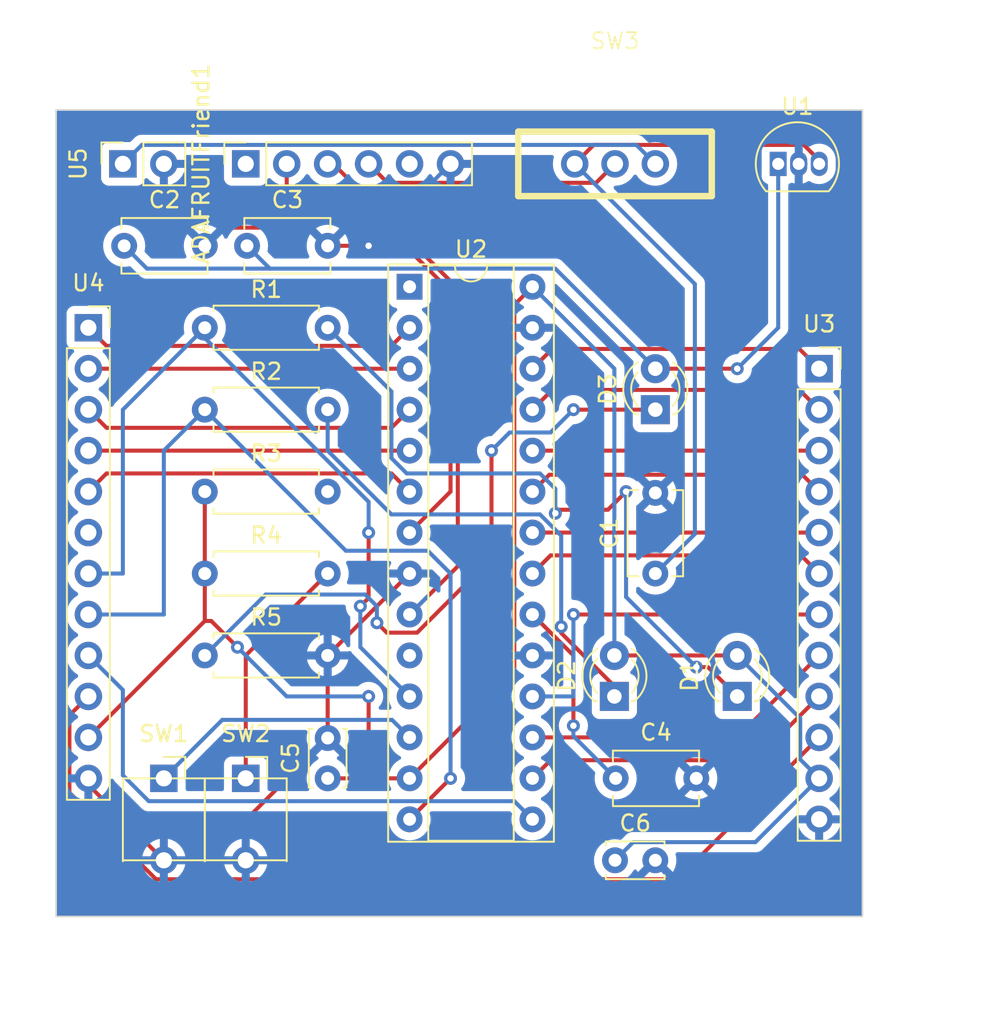
<source format=kicad_pcb>
(kicad_pcb (version 20221018) (generator pcbnew)
  (layers (0 "F.Cu" signal) (31 "B.Cu" signal) (34 "B.Paste" user) (35 "F.Paste" user) (36 "B.SilkS" user "B.Silkscreen") (37 "F.SilkS" user "F.Silkscreen") (38 "B.Mask" user) (39 "F.Mask" user) (44 "Edge.Cuts" user))
  (net 0 "")
  (net 2 "/U1TX")
  (net 3 "/U1RX")
  (net 4 "+5V")
  (net 6 "GND")
  (net 7 "+3.3V")
  (net 8 "Net-(U2-Vcap)")
  (net 9 "Net-(D3-A)")
  (net 10 "Net-(SW3-B)")
  (net 11 "Net-(D1-K)")
  (net 12 "Net-(D2-K)")
  (net 13 "Net-(D3-K)")
  (net 14 "/GREEN")
  (net 15 "/YELLOW")
  (net 16 "/USER")
  (net 17 "/MCLR")
  (net 18 "Net-(SW3-A)")
  (net 19 "/A0")
  (net 20 "/A1")
  (net 21 "/B0")
  (net 22 "/B1")
  (net 23 "/B2")
  (net 24 "/B15")
  (net 25 "/B14")
  (net 26 "/B13")
  (net 27 "/B12")
  (net 28 "/B11")
  (net 29 "/B10")
  (net 30 "/B9")
  (net 31 "/B8")
  (net 32 "/B7")
  (net 33 "/Vin")
  (net 34 "/A3")
  (net 35 "/B6")
  (footprint "LED_THT:LED_D3.0mm" (layer "F.Cu") (at 134.62 86.36 90)
    (fp_text reference "D2" (at 1.27 -2.96 90) (layer "F.SilkS"))
    (fp_text value "YELLOW")
    (fp_line (start -0.29 -1.236) (end -0.29 -1.08) (stroke (width 0.12)) (layer "F.SilkS"))
    (fp_line (start -0.29 1.08) (end -0.29 1.236) (stroke (width 0.12)) (layer "F.SilkS"))
    (fp_arc (start -0.29 -1.235516) (mid 1.366487 -1.987659) (end 2.942335 -1.078608) (stroke (width 0.12)) (layer "F.SilkS"))
    (fp_arc (start 0.229039 -1.08) (mid 1.270117 -1.5) (end 2.31113 -1.079837) (stroke (width 0.12)) (layer "F.SilkS"))
    (fp_arc (start 2.31113 1.079837) (mid 1.270117 1.5) (end 0.229039 1.08) (stroke (width 0.12)) (layer "F.SilkS"))
    (fp_arc (start 2.942335 1.078608) (mid 1.366487 1.987659) (end -0.29 1.235516) (stroke (width 0.12)) (layer "F.SilkS"))
    (pad "1" thru_hole rect (at 0 0 90) (size 1.8 1.8) (drill 0.9) (layers "*.Cu" "*.Mask") (net 12 "Net-(D2-K)"))
    (pad "2" thru_hole circle (at 2.54 0 90) (size 1.8 1.8) (drill 0.9) (layers "*.Cu" "*.Mask") (net 7 "+3.3V"))
  )
  (footprint "LED_THT:LED_D3.0mm" (layer "F.Cu") (at 142.24 86.36 90)
    (fp_text reference "D1" (at 1.27 -2.96 90) (layer "F.SilkS"))
    (fp_text value "GREEN")
    (fp_line (start -0.29 -1.236) (end -0.29 -1.08) (stroke (width 0.12)) (layer "F.SilkS"))
    (fp_line (start -0.29 1.08) (end -0.29 1.236) (stroke (width 0.12)) (layer "F.SilkS"))
    (fp_arc (start -0.29 -1.235516) (mid 1.366487 -1.987659) (end 2.942335 -1.078608) (stroke (width 0.12)) (layer "F.SilkS"))
    (fp_arc (start 0.229039 -1.08) (mid 1.270117 -1.5) (end 2.31113 -1.079837) (stroke (width 0.12)) (layer "F.SilkS"))
    (fp_arc (start 2.31113 1.079837) (mid 1.270117 1.5) (end 0.229039 1.08) (stroke (width 0.12)) (layer "F.SilkS"))
    (fp_arc (start 2.942335 1.078608) (mid 1.366487 1.987659) (end -0.29 1.235516) (stroke (width 0.12)) (layer "F.SilkS"))
    (pad "1" thru_hole rect (at 0 0 90) (size 1.8 1.8) (drill 0.9) (layers "*.Cu" "*.Mask") (net 11 "Net-(D1-K)"))
    (pad "2" thru_hole circle (at 2.54 0 90) (size 1.8 1.8) (drill 0.9) (layers "*.Cu" "*.Mask") (net 7 "+3.3V"))
  )
  (footprint "Connector_PinSocket_2.54mm:PinSocket_1x12_P2.54mm_Vertical" (layer "F.Cu") (at 102 63.5)
    (fp_text reference "U4" (at 0 -2.77) (layer "F.SilkS"))
    (fp_text value "~")
    (fp_line (start -1.33 1.27) (end -1.33 29.27) (stroke (width 0.12)) (layer "F.SilkS"))
    (fp_line (start -1.33 1.27) (end 1.33 1.27) (stroke (width 0.12)) (layer "F.SilkS"))
    (fp_line (start -1.33 29.27) (end 1.33 29.27) (stroke (width 0.12)) (layer "F.SilkS"))
    (fp_line (start 0 -1.33) (end 1.33 -1.33) (stroke (width 0.12)) (layer "F.SilkS"))
    (fp_line (start 1.33 -1.33) (end 1.33 0) (stroke (width 0.12)) (layer "F.SilkS"))
    (fp_line (start 1.33 1.27) (end 1.33 29.27) (stroke (width 0.12)) (layer "F.SilkS"))
    (pad "1" thru_hole rect (at 0 0) (size 1.7 1.7) (drill 1) (layers "*.Cu" "*.Mask") (net 19 "/A0"))
    (pad "2" thru_hole oval (at 0 2.54) (size 1.7 1.7) (drill 1) (layers "*.Cu" "*.Mask") (net 20 "/A1"))
    (pad "3" thru_hole oval (at 0 5.08) (size 1.7 1.7) (drill 1) (layers "*.Cu" "*.Mask") (net 21 "/B0"))
    (pad "4" thru_hole oval (at 0 7.62) (size 1.7 1.7) (drill 1) (layers "*.Cu" "*.Mask") (net 22 "/B1"))
    (pad "5" thru_hole oval (at 0 10.16) (size 1.7 1.7) (drill 1) (layers "*.Cu" "*.Mask") (net 23 "/B2"))
    (pad "6" thru_hole oval (at 0 12.7) (size 1.7 1.7) (drill 1) (layers "*.Cu" "*.Mask") (net 34 "/A3"))
    (pad "7" thru_hole oval (at 0 15.24) (size 1.7 1.7) (drill 1) (layers "*.Cu" "*.Mask") (net 14 "/GREEN"))
    (pad "8" thru_hole oval (at 0 17.78) (size 1.7 1.7) (drill 1) (layers "*.Cu" "*.Mask") (net 15 "/YELLOW"))
    (pad "9" thru_hole oval (at 0 20.32) (size 1.7 1.7) (drill 1) (layers "*.Cu" "*.Mask") (net 35 "/B6"))
    (pad "10" thru_hole oval (at 0 22.86) (size 1.7 1.7) (drill 1) (layers "*.Cu" "*.Mask") (net 33 "/Vin"))
    (pad "11" thru_hole oval (at 0 25.4) (size 1.7 1.7) (drill 1) (layers "*.Cu" "*.Mask") (net 7 "+3.3V"))
    (pad "12" thru_hole oval (at 0 27.94) (size 1.7 1.7) (drill 1) (layers "*.Cu" "*.Mask") (net 6 "GND"))
  )
  (footprint "Capacitor_THT:C_Disc_D3.4mm_W2.1mm_P2.50mm" (layer "F.Cu") (at 116.84 91.44 90)
    (fp_text reference "C5" (at 1.25 -2.3 90) (layer "F.SilkS"))
    (fp_text value "0.1 uF")
    (fp_line (start -0.57 -1.17) (end -0.57 -0.925) (stroke (width 0.12)) (layer "F.SilkS"))
    (fp_line (start -0.57 -1.17) (end 3.07 -1.17) (stroke (width 0.12)) (layer "F.SilkS"))
    (fp_line (start -0.57 0.925) (end -0.57 1.17) (stroke (width 0.12)) (layer "F.SilkS"))
    (fp_line (start -0.57 1.17) (end 3.07 1.17) (stroke (width 0.12)) (layer "F.SilkS"))
    (fp_line (start 3.07 -1.17) (end 3.07 -0.925) (stroke (width 0.12)) (layer "F.SilkS"))
    (fp_line (start 3.07 0.925) (end 3.07 1.17) (stroke (width 0.12)) (layer "F.SilkS"))
    (pad "1" thru_hole circle (at 0 0 90) (size 1.6 1.6) (drill 0.8) (layers "*.Cu" "*.Mask") (net 7 "+3.3V"))
    (pad "2" thru_hole circle (at 2.5 0 90) (size 1.6 1.6) (drill 0.8) (layers "*.Cu" "*.Mask") (net 6 "GND"))
  )
  (footprint "Connector_PinSocket_2.54mm:PinSocket_1x06_P2.54mm_Vertical" (layer "F.Cu") (at 111.76 53.34 90)
    (fp_text reference "ADAFRUITFriend1" (at 0 -2.77 90) (layer "F.SilkS"))
    (fp_text value "~")
    (fp_line (start -1.33 1.27) (end -1.33 14.03) (stroke (width 0.12)) (layer "F.SilkS"))
    (fp_line (start -1.33 1.27) (end 1.33 1.27) (stroke (width 0.12)) (layer "F.SilkS"))
    (fp_line (start -1.33 14.03) (end 1.33 14.03) (stroke (width 0.12)) (layer "F.SilkS"))
    (fp_line (start 0 -1.33) (end 1.33 -1.33) (stroke (width 0.12)) (layer "F.SilkS"))
    (fp_line (start 1.33 -1.33) (end 1.33 0) (stroke (width 0.12)) (layer "F.SilkS"))
    (fp_line (start 1.33 1.27) (end 1.33 14.03) (stroke (width 0.12)) (layer "F.SilkS"))
    (pad "1" thru_hole rect (at 0 0 90) (size 1.7 1.7) (drill 1) (layers "*.Cu" "*.Mask"))
    (pad "2" thru_hole oval (at 0 2.54 90) (size 1.7 1.7) (drill 1) (layers "*.Cu" "*.Mask") (net 2 "/U1TX"))
    (pad "3" thru_hole oval (at 0 5.08 90) (size 1.7 1.7) (drill 1) (layers "*.Cu" "*.Mask") (net 3 "/U1RX"))
    (pad "4" thru_hole oval (at 0 7.62 90) (size 1.7 1.7) (drill 1) (layers "*.Cu" "*.Mask") (net 4 "+5V"))
    (pad "5" thru_hole oval (at 0 10.16 90) (size 1.7 1.7) (drill 1) (layers "*.Cu" "*.Mask"))
    (pad "6" thru_hole oval (at 0 12.7 90) (size 1.7 1.7) (drill 1) (layers "*.Cu" "*.Mask") (net 6 "GND"))
  )
  (footprint "pic32board:slidesw2" (layer "F.Cu") (at 134.66 53.34)
    (fp_text reference "SW3" (at 0 -7.62 unlocked) (layer "F.SilkS") (effects (font (thickness 0.1))))
    (fp_text value "SW_SPDT")
    (fp_line (start -6 -2) (end 6 -2) (stroke (width 0.4)) (layer "F.SilkS"))
    (fp_line (start -6 2) (end -6 -2) (stroke (width 0.4)) (layer "F.SilkS"))
    (fp_line (start 6 -2) (end 6 2) (stroke (width 0.4)) (layer "F.SilkS"))
    (fp_line (start 6 2) (end -6 2) (stroke (width 0.4)) (layer "F.SilkS"))
    (pad "1" thru_hole circle (at -2.5 0) (size 1.7 1.7) (drill 1) (layers "*.Cu" "*.Mask") (net 10 "Net-(SW3-B)"))
    (pad "2" thru_hole circle (at 0 0) (size 1.7 1.7) (drill 1) (layers "*.Cu" "*.Mask") (net 4 "+5V"))
    (pad "3" thru_hole circle (at 2.5 0) (size 1.7 1.7) (drill 1) (layers "*.Cu" "*.Mask") (net 18 "Net-(SW3-A)"))
  )
  (footprint "Resistor_THT:R_Axial_DIN0207_L6.3mm_D2.5mm_P7.62mm_Horizontal" (layer "F.Cu") (at 109.22 68.58)
    (fp_text reference "R2" (at 3.81 -2.37) (layer "F.SilkS"))
    (fp_text value "R")
    (fp_line (start 0.54 -1.37) (end 7.08 -1.37) (stroke (width 0.12)) (layer "F.SilkS"))
    (fp_line (start 0.54 -1.04) (end 0.54 -1.37) (stroke (width 0.12)) (layer "F.SilkS"))
    (fp_line (start 0.54 1.04) (end 0.54 1.37) (stroke (width 0.12)) (layer "F.SilkS"))
    (fp_line (start 0.54 1.37) (end 7.08 1.37) (stroke (width 0.12)) (layer "F.SilkS"))
    (fp_line (start 7.08 -1.37) (end 7.08 -1.04) (stroke (width 0.12)) (layer "F.SilkS"))
    (fp_line (start 7.08 1.37) (end 7.08 1.04) (stroke (width 0.12)) (layer "F.SilkS"))
    (pad "1" thru_hole circle (at 0 0) (size 1.6 1.6) (drill 0.8) (layers "*.Cu" "*.Mask") (net 15 "/YELLOW"))
    (pad "2" thru_hole oval (at 7.62 0) (size 1.6 1.6) (drill 0.8) (layers "*.Cu" "*.Mask") (net 12 "Net-(D2-K)"))
  )
  (footprint "Connector_PinSocket_2.54mm:PinSocket_1x12_P2.54mm_Vertical" (layer "F.Cu") (at 147.32 66.04)
    (fp_text reference "U3" (at 0 -2.77) (layer "F.SilkS"))
    (fp_text value "~")
    (fp_line (start -1.33 1.27) (end -1.33 29.27) (stroke (width 0.12)) (layer "F.SilkS"))
    (fp_line (start -1.33 1.27) (end 1.33 1.27) (stroke (width 0.12)) (layer "F.SilkS"))
    (fp_line (start -1.33 29.27) (end 1.33 29.27) (stroke (width 0.12)) (layer "F.SilkS"))
    (fp_line (start 0 -1.33) (end 1.33 -1.33) (stroke (width 0.12)) (layer "F.SilkS"))
    (fp_line (start 1.33 -1.33) (end 1.33 0) (stroke (width 0.12)) (layer "F.SilkS"))
    (fp_line (start 1.33 1.27) (end 1.33 29.27) (stroke (width 0.12)) (layer "F.SilkS"))
    (pad "1" thru_hole rect (at 0 0) (size 1.7 1.7) (drill 1) (layers "*.Cu" "*.Mask") (net 24 "/B15"))
    (pad "2" thru_hole oval (at 0 2.54) (size 1.7 1.7) (drill 1) (layers "*.Cu" "*.Mask") (net 25 "/B14"))
    (pad "3" thru_hole oval (at 0 5.08) (size 1.7 1.7) (drill 1) (layers "*.Cu" "*.Mask") (net 26 "/B13"))
    (pad "4" thru_hole oval (at 0 7.62) (size 1.7 1.7) (drill 1) (layers "*.Cu" "*.Mask") (net 27 "/B12"))
    (pad "5" thru_hole oval (at 0 10.16) (size 1.7 1.7) (drill 1) (layers "*.Cu" "*.Mask") (net 28 "/B11"))
    (pad "6" thru_hole oval (at 0 12.7) (size 1.7 1.7) (drill 1) (layers "*.Cu" "*.Mask") (net 29 "/B10"))
    (pad "7" thru_hole oval (at 0 15.24) (size 1.7 1.7) (drill 1) (layers "*.Cu" "*.Mask") (net 30 "/B9"))
    (pad "8" thru_hole oval (at 0 17.78) (size 1.7 1.7) (drill 1) (layers "*.Cu" "*.Mask") (net 31 "/B8"))
    (pad "9" thru_hole oval (at 0 20.32) (size 1.7 1.7) (drill 1) (layers "*.Cu" "*.Mask") (net 32 "/B7"))
    (pad "10" thru_hole oval (at 0 22.86) (size 1.7 1.7) (drill 1) (layers "*.Cu" "*.Mask") (net 33 "/Vin"))
    (pad "11" thru_hole oval (at 0 25.4) (size 1.7 1.7) (drill 1) (layers "*.Cu" "*.Mask") (net 7 "+3.3V"))
    (pad "12" thru_hole oval (at 0 27.94) (size 1.7 1.7) (drill 1) (layers "*.Cu" "*.Mask") (net 6 "GND"))
  )
  (footprint "pic32board:pb" (layer "F.Cu") (at 106.68 91.44)
    (fp_text reference "SW1" (at 0 -2.77) (layer "F.SilkS"))
    (fp_text value "SW_Push")
    (fp_line (start -2.54 0) (end -2.54 5.14) (stroke (width 0.12)) (layer "F.SilkS"))
    (fp_line (start -2.54 0) (end 2.54 0) (stroke (width 0.12)) (layer "F.SilkS"))
    (fp_line (start -2.54 5.08) (end 2.54 5.08) (stroke (width 0.12)) (layer "F.SilkS"))
    (fp_line (start 0 -1.33) (end 1.33 -1.33) (stroke (width 0.12)) (layer "F.SilkS"))
    (fp_line (start 1.33 -1.33) (end 1.33 0) (stroke (width 0.12)) (layer "F.SilkS"))
    (fp_line (start 2.54 0) (end 2.54 5.14) (stroke (width 0.12)) (layer "F.SilkS"))
    (pad "1" thru_hole rect (at 0 0) (size 1.7 1.7) (drill 1) (layers "*.Cu" "*.Mask") (net 16 "/USER"))
    (pad "2" thru_hole oval (at 0 5.08) (size 1.7 1.7) (drill 1) (layers "*.Cu" "*.Mask") (net 6 "GND"))
  )
  (footprint "Connector_PinSocket_2.54mm:PinSocket_1x02_P2.54mm_Vertical" (layer "F.Cu") (at 104.14 53.34 90)
    (fp_text reference "U5" (at 0 -2.77 90) (layer "F.SilkS"))
    (fp_text value "~")
    (fp_line (start -1.33 1.27) (end -1.33 3.87) (stroke (width 0.12)) (layer "F.SilkS"))
    (fp_line (start -1.33 1.27) (end 1.33 1.27) (stroke (width 0.12)) (layer "F.SilkS"))
    (fp_line (start -1.33 3.87) (end 1.33 3.87) (stroke (width 0.12)) (layer "F.SilkS"))
    (fp_line (start 0 -1.33) (end 1.33 -1.33) (stroke (width 0.12)) (layer "F.SilkS"))
    (fp_line (start 1.33 -1.33) (end 1.33 0) (stroke (width 0.12)) (layer "F.SilkS"))
    (fp_line (start 1.33 1.27) (end 1.33 3.87) (stroke (width 0.12)) (layer "F.SilkS"))
    (pad "1" thru_hole rect (at 0 0 90) (size 1.7 1.7) (drill 1) (layers "*.Cu" "*.Mask") (net 18 "Net-(SW3-A)"))
    (pad "2" thru_hole oval (at 0 2.54 90) (size 1.7 1.7) (drill 1) (layers "*.Cu" "*.Mask") (net 6 "GND"))
  )
  (footprint "Package_DIP:DIP-28_W7.62mm_Socket" (layer "F.Cu") (at 121.92 60.96)
    (fp_text reference "U2" (at 3.81 -2.33) (layer "F.SilkS"))
    (fp_text value "~")
    (fp_line (start -1.33 -1.39) (end -1.33 34.41) (stroke (width 0.12)) (layer "F.SilkS"))
    (fp_line (start -1.33 34.41) (end 8.95 34.41) (stroke (width 0.12)) (layer "F.SilkS"))
    (fp_line (start 1.16 -1.33) (end 1.16 34.35) (stroke (width 0.12)) (layer "F.SilkS"))
    (fp_line (start 1.16 34.35) (end 6.46 34.35) (stroke (width 0.12)) (layer "F.SilkS"))
    (fp_line (start 2.81 -1.33) (end 1.16 -1.33) (stroke (width 0.12)) (layer "F.SilkS"))
    (fp_line (start 6.46 -1.33) (end 4.81 -1.33) (stroke (width 0.12)) (layer "F.SilkS"))
    (fp_line (start 6.46 34.35) (end 6.46 -1.33) (stroke (width 0.12)) (layer "F.SilkS"))
    (fp_line (start 8.95 -1.39) (end -1.33 -1.39) (stroke (width 0.12)) (layer "F.SilkS"))
    (fp_line (start 8.95 34.41) (end 8.95 -1.39) (stroke (width 0.12)) (layer "F.SilkS"))
    (fp_arc (start 4.81 -1.33) (mid 3.81 -0.33) (end 2.81 -1.33) (stroke (width 0.12)) (layer "F.SilkS"))
    (pad "1" thru_hole rect (at 0 0) (size 1.6 1.6) (drill 0.8) (layers "*.Cu" "*.Mask") (net 17 "/MCLR"))
    (pad "2" thru_hole oval (at 0 2.54) (size 1.6 1.6) (drill 0.8) (layers "*.Cu" "*.Mask") (net 19 "/A0"))
    (pad "3" thru_hole oval (at 0 5.08) (size 1.6 1.6) (drill 0.8) (layers "*.Cu" "*.Mask") (net 20 "/A1"))
    (pad "4" thru_hole oval (at 0 7.62) (size 1.6 1.6) (drill 0.8) (layers "*.Cu" "*.Mask") (net 21 "/B0"))
    (pad "5" thru_hole oval (at 0 10.16) (size 1.6 1.6) (drill 0.8) (layers "*.Cu" "*.Mask") (net 22 "/B1"))
    (pad "6" thru_hole oval (at 0 12.7) (size 1.6 1.6) (drill 0.8) (layers "*.Cu" "*.Mask") (net 23 "/B2"))
    (pad "7" thru_hole oval (at 0 15.24) (size 1.6 1.6) (drill 0.8) (layers "*.Cu" "*.Mask") (net 2 "/U1TX"))
    (pad "8" thru_hole oval (at 0 17.78) (size 1.6 1.6) (drill 0.8) (layers "*.Cu" "*.Mask") (net 6 "GND"))
    (pad "9" thru_hole oval (at 0 20.32) (size 1.6 1.6) (drill 0.8) (layers "*.Cu" "*.Mask") (net 3 "/U1RX"))
    (pad "10" thru_hole oval (at 0 22.86) (size 1.6 1.6) (drill 0.8) (layers "*.Cu" "*.Mask") (net 34 "/A3"))
    (pad "11" thru_hole oval (at 0 25.4) (size 1.6 1.6) (drill 0.8) (layers "*.Cu" "*.Mask") (net 14 "/GREEN"))
    (pad "12" thru_hole oval (at 0 27.94) (size 1.6 1.6) (drill 0.8) (layers "*.Cu" "*.Mask") (net 16 "/USER"))
    (pad "13" thru_hole oval (at 0 30.48) (size 1.6 1.6) (drill 0.8) (layers "*.Cu" "*.Mask") (net 7 "+3.3V"))
    (pad "14" thru_hole oval (at 0 33.02) (size 1.6 1.6) (drill 0.8) (layers "*.Cu" "*.Mask") (net 15 "/YELLOW"))
    (pad "15" thru_hole oval (at 7.62 33.02) (size 1.6 1.6) (drill 0.8) (layers "*.Cu" "*.Mask") (net 35 "/B6"))
    (pad "16" thru_hole oval (at 7.62 30.48) (size 1.6 1.6) (drill 0.8) (layers "*.Cu" "*.Mask") (net 32 "/B7"))
    (pad "17" thru_hole oval (at 7.62 27.94) (size 1.6 1.6) (drill 0.8) (layers "*.Cu" "*.Mask") (net 31 "/B8"))
    (pad "18" thru_hole oval (at 7.62 25.4) (size 1.6 1.6) (drill 0.8) (layers "*.Cu" "*.Mask") (net 30 "/B9"))
    (pad "19" thru_hole oval (at 7.62 22.86) (size 1.6 1.6) (drill 0.8) (layers "*.Cu" "*.Mask") (net 6 "GND"))
    (pad "20" thru_hole oval (at 7.62 20.32) (size 1.6 1.6) (drill 0.8) (layers "*.Cu" "*.Mask") (net 8 "Net-(U2-Vcap)"))
    (pad "21" thru_hole oval (at 7.62 17.78) (size 1.6 1.6) (drill 0.8) (layers "*.Cu" "*.Mask") (net 29 "/B10"))
    (pad "22" thru_hole oval (at 7.62 15.24) (size 1.6 1.6) (drill 0.8) (layers "*.Cu" "*.Mask") (net 28 "/B11"))
    (pad "23" thru_hole oval (at 7.62 12.7) (size 1.6 1.6) (drill 0.8) (layers "*.Cu" "*.Mask") (net 27 "/B12"))
    (pad "24" thru_hole oval (at 7.62 10.16) (size 1.6 1.6) (drill 0.8) (layers "*.Cu" "*.Mask") (net 26 "/B13"))
    (pad "25" thru_hole oval (at 7.62 7.62) (size 1.6 1.6) (drill 0.8) (layers "*.Cu" "*.Mask") (net 25 "/B14"))
    (pad "26" thru_hole oval (at 7.62 5.08) (size 1.6 1.6) (drill 0.8) (layers "*.Cu" "*.Mask") (net 24 "/B15"))
    (pad "27" thru_hole oval (at 7.62 2.54) (size 1.6 1.6) (drill 0.8) (layers "*.Cu" "*.Mask") (net 6 "GND"))
    (pad "28" thru_hole oval (at 7.62 0) (size 1.6 1.6) (drill 0.8) (layers "*.Cu" "*.Mask") (net 7 "+3.3V"))
  )
  (footprint "Capacitor_THT:C_Disc_D5.1mm_W3.2mm_P5.00mm" (layer "F.Cu") (at 137.16 78.74 90)
    (fp_text reference "C1" (at 2.5 -2.85 90) (layer "F.SilkS"))
    (fp_text value "1uF")
    (fp_line (start -0.17 -1.721) (end -0.17 -1.055) (stroke (width 0.12)) (layer "F.SilkS"))
    (fp_line (start -0.17 -1.721) (end 5.17 -1.721) (stroke (width 0.12)) (layer "F.SilkS"))
    (fp_line (start -0.17 1.055) (end -0.17 1.721) (stroke (width 0.12)) (layer "F.SilkS"))
    (fp_line (start -0.17 1.721) (end 5.17 1.721) (stroke (width 0.12)) (layer "F.SilkS"))
    (fp_line (start 5.17 -1.721) (end 5.17 -1.055) (stroke (width 0.12)) (layer "F.SilkS"))
    (fp_line (start 5.17 1.055) (end 5.17 1.721) (stroke (width 0.12)) (layer "F.SilkS"))
    (pad "1" thru_hole circle (at 0 0 90) (size 1.6 1.6) (drill 0.8) (layers "*.Cu" "*.Mask") (net 10 "Net-(SW3-B)"))
    (pad "2" thru_hole circle (at 5 0 90) (size 1.6 1.6) (drill 0.8) (layers "*.Cu" "*.Mask") (net 6 "GND"))
  )
  (footprint "Capacitor_THT:C_Disc_D5.1mm_W3.2mm_P5.00mm" (layer "F.Cu") (at 104.22 58.42)
    (fp_text reference "C2" (at 2.5 -2.85) (layer "F.SilkS"))
    (fp_text value "1uF")
    (fp_line (start -0.17 -1.721) (end -0.17 -1.055) (stroke (width 0.12)) (layer "F.SilkS"))
    (fp_line (start -0.17 -1.721) (end 5.17 -1.721) (stroke (width 0.12)) (layer "F.SilkS"))
    (fp_line (start -0.17 1.055) (end -0.17 1.721) (stroke (width 0.12)) (layer "F.SilkS"))
    (fp_line (start -0.17 1.721) (end 5.17 1.721) (stroke (width 0.12)) (layer "F.SilkS"))
    (fp_line (start 5.17 -1.721) (end 5.17 -1.055) (stroke (width 0.12)) (layer "F.SilkS"))
    (fp_line (start 5.17 1.055) (end 5.17 1.721) (stroke (width 0.12)) (layer "F.SilkS"))
    (pad "1" thru_hole circle (at 0 0) (size 1.6 1.6) (drill 0.8) (layers "*.Cu" "*.Mask") (net 9 "Net-(D3-A)"))
    (pad "2" thru_hole circle (at 5 0) (size 1.6 1.6) (drill 0.8) (layers "*.Cu" "*.Mask") (net 6 "GND"))
  )
  (footprint "Resistor_THT:R_Axial_DIN0207_L6.3mm_D2.5mm_P7.62mm_Horizontal" (layer "F.Cu") (at 109.22 78.74)
    (fp_text reference "R4" (at 3.81 -2.37) (layer "F.SilkS"))
    (fp_text value "R")
    (fp_line (start 0.54 -1.37) (end 7.08 -1.37) (stroke (width 0.12)) (layer "F.SilkS"))
    (fp_line (start 0.54 -1.04) (end 0.54 -1.37) (stroke (width 0.12)) (layer "F.SilkS"))
    (fp_line (start 0.54 1.04) (end 0.54 1.37) (stroke (width 0.12)) (layer "F.SilkS"))
    (fp_line (start 0.54 1.37) (end 7.08 1.37) (stroke (width 0.12)) (layer "F.SilkS"))
    (fp_line (start 7.08 -1.37) (end 7.08 -1.04) (stroke (width 0.12)) (layer "F.SilkS"))
    (fp_line (start 7.08 1.37) (end 7.08 1.04) (stroke (width 0.12)) (layer "F.SilkS"))
    (pad "1" thru_hole circle (at 0 0) (size 1.6 1.6) (drill 0.8) (layers "*.Cu" "*.Mask") (net 7 "+3.3V"))
    (pad "2" thru_hole oval (at 7.62 0) (size 1.6 1.6) (drill 0.8) (layers "*.Cu" "*.Mask") (net 17 "/MCLR"))
  )
  (footprint "Capacitor_THT:C_Disc_D5.1mm_W3.2mm_P5.00mm" (layer "F.Cu") (at 134.7 91.44)
    (fp_text reference "C4" (at 2.5 -2.85) (layer "F.SilkS"))
    (fp_text value "1uF")
    (fp_line (start -0.17 -1.721) (end -0.17 -1.055) (stroke (width 0.12)) (layer "F.SilkS"))
    (fp_line (start -0.17 -1.721) (end 5.17 -1.721) (stroke (width 0.12)) (layer "F.SilkS"))
    (fp_line (start -0.17 1.055) (end -0.17 1.721) (stroke (width 0.12)) (layer "F.SilkS"))
    (fp_line (start -0.17 1.721) (end 5.17 1.721) (stroke (width 0.12)) (layer "F.SilkS"))
    (fp_line (start 5.17 -1.721) (end 5.17 -1.055) (stroke (width 0.12)) (layer "F.SilkS"))
    (fp_line (start 5.17 1.055) (end 5.17 1.721) (stroke (width 0.12)) (layer "F.SilkS"))
    (pad "1" thru_hole circle (at 0 0) (size 1.6 1.6) (drill 0.8) (layers "*.Cu" "*.Mask") (net 8 "Net-(U2-Vcap)"))
    (pad "2" thru_hole circle (at 5 0) (size 1.6 1.6) (drill 0.8) (layers "*.Cu" "*.Mask") (net 6 "GND"))
  )
  (footprint "Resistor_THT:R_Axial_DIN0207_L6.3mm_D2.5mm_P7.62mm_Horizontal" (layer "F.Cu") (at 109.22 73.66)
    (fp_text reference "R3" (at 3.81 -2.37) (layer "F.SilkS"))
    (fp_text value "R")
    (fp_line (start 0.54 -1.37) (end 7.08 -1.37) (stroke (width 0.12)) (layer "F.SilkS"))
    (fp_line (start 0.54 -1.04) (end 0.54 -1.37) (stroke (width 0.12)) (layer "F.SilkS"))
    (fp_line (start 0.54 1.04) (end 0.54 1.37) (stroke (width 0.12)) (layer "F.SilkS"))
    (fp_line (start 0.54 1.37) (end 7.08 1.37) (stroke (width 0.12)) (layer "F.SilkS"))
    (fp_line (start 7.08 -1.37) (end 7.08 -1.04) (stroke (width 0.12)) (layer "F.SilkS"))
    (fp_line (start 7.08 1.37) (end 7.08 1.04) (stroke (width 0.12)) (layer "F.SilkS"))
    (pad "1" thru_hole circle (at 0 0) (size 1.6 1.6) (drill 0.8) (layers "*.Cu" "*.Mask") (net 7 "+3.3V"))
    (pad "2" thru_hole oval (at 7.62 0) (size 1.6 1.6) (drill 0.8) (layers "*.Cu" "*.Mask") (net 16 "/USER"))
  )
  (footprint "LED_THT:LED_D3.0mm" (layer "F.Cu") (at 137.16 68.58 90)
    (fp_text reference "D3" (at 1.27 -2.96 90) (layer "F.SilkS"))
    (fp_text value "RED")
    (fp_line (start -0.29 -1.236) (end -0.29 -1.08) (stroke (width 0.12)) (layer "F.SilkS"))
    (fp_line (start -0.29 1.08) (end -0.29 1.236) (stroke (width 0.12)) (layer "F.SilkS"))
    (fp_arc (start -0.29 -1.235516) (mid 1.366487 -1.987659) (end 2.942335 -1.078608) (stroke (width 0.12)) (layer "F.SilkS"))
    (fp_arc (start 0.229039 -1.08) (mid 1.270117 -1.5) (end 2.31113 -1.079837) (stroke (width 0.12)) (layer "F.SilkS"))
    (fp_arc (start 2.31113 1.079837) (mid 1.270117 1.5) (end 0.229039 1.08) (stroke (width 0.12)) (layer "F.SilkS"))
    (fp_arc (start 2.942335 1.078608) (mid 1.366487 1.987659) (end -0.29 1.235516) (stroke (width 0.12)) (layer "F.SilkS"))
    (pad "1" thru_hole rect (at 0 0 90) (size 1.8 1.8) (drill 0.9) (layers "*.Cu" "*.Mask") (net 13 "Net-(D3-K)"))
    (pad "2" thru_hole circle (at 2.54 0 90) (size 1.8 1.8) (drill 0.9) (layers "*.Cu" "*.Mask") (net 9 "Net-(D3-A)"))
  )
  (footprint "Capacitor_THT:C_Disc_D5.1mm_W3.2mm_P5.00mm" (layer "F.Cu") (at 111.84 58.42)
    (fp_text reference "C3" (at 2.5 -2.85) (layer "F.SilkS"))
    (fp_text value "1uF")
    (fp_line (start -0.17 -1.721) (end -0.17 -1.055) (stroke (width 0.12)) (layer "F.SilkS"))
    (fp_line (start -0.17 -1.721) (end 5.17 -1.721) (stroke (width 0.12)) (layer "F.SilkS"))
    (fp_line (start -0.17 1.055) (end -0.17 1.721) (stroke (width 0.12)) (layer "F.SilkS"))
    (fp_line (start -0.17 1.721) (end 5.17 1.721) (stroke (width 0.12)) (layer "F.SilkS"))
    (fp_line (start 5.17 -1.721) (end 5.17 -1.055) (stroke (width 0.12)) (layer "F.SilkS"))
    (fp_line (start 5.17 1.055) (end 5.17 1.721) (stroke (width 0.12)) (layer "F.SilkS"))
    (pad "1" thru_hole circle (at 0 0) (size 1.6 1.6) (drill 0.8) (layers "*.Cu" "*.Mask") (net 9 "Net-(D3-A)"))
    (pad "2" thru_hole circle (at 5 0) (size 1.6 1.6) (drill 0.8) (layers "*.Cu" "*.Mask") (net 6 "GND"))
  )
  (footprint "Resistor_THT:R_Axial_DIN0207_L6.3mm_D2.5mm_P7.62mm_Horizontal" (layer "F.Cu") (at 109.22 63.5)
    (fp_text reference "R1" (at 3.81 -2.37) (layer "F.SilkS"))
    (fp_text value "R")
    (fp_line (start 0.54 -1.37) (end 7.08 -1.37) (stroke (width 0.12)) (layer "F.SilkS"))
    (fp_line (start 0.54 -1.04) (end 0.54 -1.37) (stroke (width 0.12)) (layer "F.SilkS"))
    (fp_line (start 0.54 1.04) (end 0.54 1.37) (stroke (width 0.12)) (layer "F.SilkS"))
    (fp_line (start 0.54 1.37) (end 7.08 1.37) (stroke (width 0.12)) (layer "F.SilkS"))
    (fp_line (start 7.08 -1.37) (end 7.08 -1.04) (stroke (width 0.12)) (layer "F.SilkS"))
    (fp_line (start 7.08 1.37) (end 7.08 1.04) (stroke (width 0.12)) (layer "F.SilkS"))
    (pad "1" thru_hole circle (at 0 0) (size 1.6 1.6) (drill 0.8) (layers "*.Cu" "*.Mask") (net 14 "/GREEN"))
    (pad "2" thru_hole oval (at 7.62 0) (size 1.6 1.6) (drill 0.8) (layers "*.Cu" "*.Mask") (net 11 "Net-(D1-K)"))
  )
  (footprint "Resistor_THT:R_Axial_DIN0207_L6.3mm_D2.5mm_P7.62mm_Horizontal" (layer "F.Cu") (at 109.22 83.82)
    (fp_text reference "R5" (at 3.81 -2.37) (layer "F.SilkS"))
    (fp_text value "330")
    (fp_line (start 0.54 -1.37) (end 7.08 -1.37) (stroke (width 0.12)) (layer "F.SilkS"))
    (fp_line (start 0.54 -1.04) (end 0.54 -1.37) (stroke (width 0.12)) (layer "F.SilkS"))
    (fp_line (start 0.54 1.04) (end 0.54 1.37) (stroke (width 0.12)) (layer "F.SilkS"))
    (fp_line (start 0.54 1.37) (end 7.08 1.37) (stroke (width 0.12)) (layer "F.SilkS"))
    (fp_line (start 7.08 -1.37) (end 7.08 -1.04) (stroke (width 0.12)) (layer "F.SilkS"))
    (fp_line (start 7.08 1.37) (end 7.08 1.04) (stroke (width 0.12)) (layer "F.SilkS"))
    (pad "1" thru_hole circle (at 0 0) (size 1.6 1.6) (drill 0.8) (layers "*.Cu" "*.Mask") (net 13 "Net-(D3-K)"))
    (pad "2" thru_hole oval (at 7.62 0) (size 1.6 1.6) (drill 0.8) (layers "*.Cu" "*.Mask") (net 6 "GND"))
  )
  (footprint "Package_TO_SOT_THT:TO-92L_Inline" (layer "F.Cu") (at 144.78 53.34)
    (fp_text reference "U1" (at 1.19 -3.56) (layer "F.SilkS"))
    (fp_text value "AP7384-33V")
    (fp_line (start -0.75 1.7) (end 3.1 1.7) (stroke (width 0.12)) (layer "F.SilkS"))
    (fp_arc (start -0.75 1.7) (mid 1.183448 -2.579449) (end 3.138611 1.690122) (stroke (width 0.12)) (layer "F.SilkS"))
    (pad "1" thru_hole rect (at 0 0) (size 1.05 1.5) (drill 0.75) (layers "*.Cu" "*.Mask") (net 9 "Net-(D3-A)"))
    (pad "2" thru_hole oval (at 1.27 0) (size 1.05 1.5) (drill 0.75) (layers "*.Cu" "*.Mask") (net 6 "GND"))
    (pad "3" thru_hole oval (at 2.54 0) (size 1.05 1.5) (drill 0.75) (layers "*.Cu" "*.Mask") (net 10 "Net-(SW3-B)"))
  )
  (footprint "pic32board:pb" (layer "F.Cu") (at 111.76 91.44)
    (fp_text reference "SW2" (at 0 -2.77) (layer "F.SilkS"))
    (fp_text value "SW_Push")
    (fp_line (start -2.54 0) (end -2.54 5.14) (stroke (width 0.12)) (layer "F.SilkS"))
    (fp_line (start -2.54 0) (end 2.54 0) (stroke (width 0.12)) (layer "F.SilkS"))
    (fp_line (start -2.54 5.08) (end 2.54 5.08) (stroke (width 0.12)) (layer "F.SilkS"))
    (fp_line (start 0 -1.33) (end 1.33 -1.33) (stroke (width 0.12)) (layer "F.SilkS"))
    (fp_line (start 1.33 -1.33) (end 1.33 0) (stroke (width 0.12)) (layer "F.SilkS"))
    (fp_line (start 2.54 0) (end 2.54 5.14) (stroke (width 0.12)) (layer "F.SilkS"))
    (pad "1" thru_hole rect (at 0 0) (size 1.7 1.7) (drill 1) (layers "*.Cu" "*.Mask") (net 17 "/MCLR"))
    (pad "2" thru_hole oval (at 0 5.08) (size 1.7 1.7) (drill 1) (layers "*.Cu" "*.Mask") (net 6 "GND"))
  )
  (footprint "Capacitor_THT:C_Disc_D3.4mm_W2.1mm_P2.50mm" (layer "F.Cu") (at 134.66 96.52)
    (fp_text reference "C6" (at 1.25 -2.3) (layer "F.SilkS"))
    (fp_text value "0.1uF")
    (fp_line (start -0.57 -1.17) (end -0.57 -0.925) (stroke (width 0.12)) (layer "F.SilkS"))
    (fp_line (start -0.57 -1.17) (end 3.07 -1.17) (stroke (width 0.12)) (layer "F.SilkS"))
    (fp_line (start -0.57 0.925) (end -0.57 1.17) (stroke (width 0.12)) (layer "F.SilkS"))
    (fp_line (start -0.57 1.17) (end 3.07 1.17) (stroke (width 0.12)) (layer "F.SilkS"))
    (fp_line (start 3.07 -1.17) (end 3.07 -0.925) (stroke (width 0.12)) (layer "F.SilkS"))
    (fp_line (start 3.07 0.925) (end 3.07 1.17) (stroke (width 0.12)) (layer "F.SilkS"))
    (pad "1" thru_hole circle (at 0 0) (size 1.6 1.6) (drill 0.8) (layers "*.Cu" "*.Mask") (net 7 "+3.3V"))
    (pad "2" thru_hole circle (at 2.5 0) (size 1.6 1.6) (drill 0.8) (layers "*.Cu" "*.Mask") (net 6 "GND"))
  )
  (gr_rect (start 100 50) (end 150 100) (stroke (width 0.1)) (fill none) (layer "Edge.Cuts"))
  (segment (start 114.3 53.34) (end 114.3 55.88) (width 0.25) (layer "F.Cu") (net 2))
  (segment (start 119.09 55.88) (end 124.46 61.25) (width 0.25) (layer "F.Cu") (net 2))
  (segment (start 124.46 73.66) (end 121.92 76.2) (width 0.25) (layer "F.Cu") (net 2))
  (segment (start 114.3 55.88) (end 119.09 55.88) (width 0.25) (layer "F.Cu") (net 2))
  (segment (start 124.46 61.25) (end 124.46 73.66) (width 0.25) (layer "F.Cu") (net 2))
  (segment (start 117.186396 53.34) (end 124.91 61.063604) (width 0.25) (layer "F.Cu") (net 3))
  (segment (start 116.84 53.34) (end 117.186396 53.34) (width 0.25) (layer "F.Cu") (net 3))
  (segment (start 124.91 61.063604) (end 124.91 78.29) (width 0.25) (layer "F.Cu") (net 3))
  (segment (start 124.91 78.29) (end 121.92 81.28) (width 0.25) (layer "F.Cu") (net 3))
  (segment (start 123.045 80.155) (end 121.92 81.28) (width 0.25) (layer "B.Cu") (net 3))
  (segment (start 120.555 54.515) (end 133.485 54.515) (width 0.25) (layer "F.Cu") (net 4))
  (segment (start 133.485 54.515) (end 134.66 53.34) (width 0.25) (layer "F.Cu") (net 4))
  (segment (start 119.38 53.34) (end 120.555 54.515) (width 0.25) (layer "F.Cu") (net 4))
  (segment (start 111.76 94.02) (end 111.76 96.52) (width 0.25) (layer "F.Cu") (net 6))
  (segment (start 116.84 88.94) (end 116.84 83.82) (width 0.25) (layer "F.Cu") (net 6))
  (segment (start 146.05 53.34) (end 146.1955 53.34) (width 0.25) (layer "F.Cu") (net 6))
  (segment (start 106.68 53.34) (end 106.68 55.88) (width 0.25) (layer "F.Cu") (net 6))
  (segment (start 121.92 78.74) (end 116.84 83.82) (width 0.25) (layer "F.Cu") (net 6))
  (segment (start 106.68 96.52) (end 101.6 91.44) (width 0.25) (layer "F.Cu") (net 6))
  (segment (start 116.84 58.42) (end 119.38 58.42) (width 0.25) (layer "F.Cu") (net 6))
  (segment (start 115.715 57.295) (end 116.84 58.42) (width 0.25) (layer "F.Cu") (net 6))
  (segment (start 106.68 55.88) (end 109.22 58.42) (width 0.25) (layer "F.Cu") (net 6))
  (segment (start 137.16 73.66) (end 137.16 73.74) (width 0.25) (layer "F.Cu") (net 6))
  (segment (start 109.22 58.42) (end 110.345 57.295) (width 0.25) (layer "F.Cu") (net 6))
  (segment (start 110.345 57.295) (end 115.715 57.295) (width 0.25) (layer "F.Cu") (net 6))
  (segment (start 116.84 88.94) (end 111.76 94.02) (width 0.25) (layer "F.Cu") (net 6))
  (segment (start 111.76 96.52) (end 106.68 96.52) (width 0.25) (layer "F.Cu") (net 6))
  (via (at 119.38 58.42) (size 0.8) (drill 0.4) (layers "F.Cu" "B.Cu") (net 6))
  (via (at 137.16 73.74) (size 0.8) (drill 0.4) (layers "F.Cu" "B.Cu") (net 6))
  (via (at 129.54 83.82) (size 0.8) (drill 0.4) (layers "F.Cu" "B.Cu") (net 6))
  (via (at 146.1955 53.34) (size 0.8) (drill 0.4) (layers "F.Cu" "B.Cu") (net 6))
  (via (at 139.7 91.44) (size 0.8) (drill 0.4) (layers "F.Cu" "B.Cu") (net 6))
  (via (at 147.32 93.98) (size 0.8) (drill 0.4) (layers "F.Cu" "B.Cu") (net 6))
  (via (at 137.16 96.52) (size 0.8) (drill 0.4) (layers "F.Cu" "B.Cu") (net 6))
  (segment (start 119.38 58.42) (end 124.46 53.34) (width 0.25) (layer "B.Cu") (net 6))
  (segment (start 109.22 78.74) (end 109.22 81.68) (width 0.25) (layer "F.Cu") (net 7))
  (segment (start 134.62 83.82) (end 142.24 83.82) (width 0.25) (layer "F.Cu") (net 7))
  (segment (start 111.441802 83.501802) (end 111.2477 83.3077) (width 0.25) (layer "F.Cu") (net 7))
  (segment (start 109.22 81.68) (end 102 88.9) (width 0.25) (layer "F.Cu") (net 7))
  (segment (start 128.415 84.945) (end 121.92 91.44) (width 0.25) (layer "F.Cu") (net 7))
  (segment (start 129.54 60.96) (end 128.415 62.085) (width 0.25) (layer "F.Cu") (net 7))
  (segment (start 116.84 91.44) (end 119.38 91.44) (width 0.25) (layer "F.Cu") (net 7))
  (segment (start 119.38 91.44) (end 121.92 91.44) (width 0.25) (layer "F.Cu") (net 7))
  (segment (start 109.62 81.68) (end 111.441802 83.501802) (width 0.25) (layer "F.Cu") (net 7))
  (segment (start 109.22 78.74) (end 109.22 73.66) (width 0.25) (layer "F.Cu") (net 7))
  (segment (start 119.38 86.36) (end 119.38 91.44) (width 0.25) (layer "F.Cu") (net 7))
  (segment (start 109.22 81.68) (end 109.62 81.68) (width 0.25) (layer "F.Cu") (net 7))
  (segment (start 128.415 62.085) (end 128.415 84.945) (width 0.25) (layer "F.Cu") (net 7))
  (via (at 111.2477 83.3077) (size 0.8) (drill 0.4) (layers "F.Cu" "B.Cu") (net 7))
  (via (at 119.38 86.36) (size 0.8) (drill 0.4) (layers "F.Cu" "B.Cu") (net 7))
  (segment (start 142.24 83.82) (end 146.145 87.725) (width 0.25) (layer "B.Cu") (net 7))
  (segment (start 111.2477 83.3077) (end 114.3 86.36) (width 0.25) (layer "B.Cu") (net 7))
  (segment (start 134.66 96.52) (end 135.785 95.395) (width 0.25) (layer "B.Cu") (net 7))
  (segment (start 143.365 95.395) (end 147.32 91.44) (width 0.25) (layer "B.Cu") (net 7))
  (segment (start 114.3 86.36) (end 119.38 86.36) (width 0.25) (layer "B.Cu") (net 7))
  (segment (start 146.145 87.725) (end 146.145 90.265) (width 0.25) (layer "B.Cu") (net 7))
  (segment (start 135.785 95.395) (end 143.365 95.395) (width 0.25) (layer "B.Cu") (net 7))
  (segment (start 146.145 90.265) (end 147.32 91.44) (width 0.25) (layer "B.Cu") (net 7))
  (segment (start 134.62 83.82) (end 134.62 66.04) (width 0.25) (layer "B.Cu") (net 7))
  (segment (start 134.62 66.04) (end 129.54 60.96) (width 0.25) (layer "B.Cu") (net 7))
  (segment (start 129.54 81.28) (end 132.08 83.82) (width 0.25) (layer "F.Cu") (net 8))
  (segment (start 132.08 83.82) (end 132.08 88.1755) (width 0.25) (layer "F.Cu") (net 8))
  (via (at 132.08 88.1755) (size 0.8) (drill 0.4) (layers "F.Cu" "B.Cu") (net 8))
  (segment (start 132.08 88.82) (end 134.7 91.44) (width 0.25) (layer "B.Cu") (net 8))
  (segment (start 132.08 88.1755) (end 132.08 88.82) (width 0.25) (layer "B.Cu") (net 8))
  (segment (start 142.24 66.04) (end 137.16 66.04) (width 0.25) (layer "F.Cu") (net 9))
  (via (at 142.24 66.04) (size 0.8) (drill 0.4) (layers "F.Cu" "B.Cu") (net 9))
  (segment (start 144.78 63.5) (end 142.24 66.04) (width 0.25) (layer "B.Cu") (net 9))
  (segment (start 105.635 59.835) (end 113.255 59.835) (width 0.25) (layer "B.Cu") (net 9))
  (segment (start 144.78 53.34) (end 144.78 63.5) (width 0.25) (layer "B.Cu") (net 9))
  (segment (start 137.16 66.04) (end 130.955 59.835) (width 0.25) (layer "B.Cu") (net 9))
  (segment (start 130.955 59.835) (end 113.255 59.835) (width 0.25) (layer "B.Cu") (net 9))
  (segment (start 113.255 59.835) (end 111.84 58.42) (width 0.25) (layer "B.Cu") (net 9))
  (segment (start 104.22 58.42) (end 105.635 59.835) (width 0.25) (layer "B.Cu") (net 9))
  (segment (start 146.37 52.165) (end 147.32 53.115) (width 0.25) (layer "F.Cu") (net 10))
  (segment (start 133.335 52.165) (end 146.37 52.165) (width 0.25) (layer "F.Cu") (net 10))
  (segment (start 147.32 53.115) (end 147.32 53.34) (width 0.25) (layer "F.Cu") (net 10))
  (segment (start 132.16 53.34) (end 133.335 52.165) (width 0.25) (layer "F.Cu") (net 10))
  (segment (start 139.611396 76.288604) (end 139.611396 60.791396) (width 0.25) (layer "B.Cu") (net 10))
  (segment (start 139.611396 60.791396) (end 132.16 53.34) (width 0.25) (layer "B.Cu") (net 10))
  (segment (start 137.16 78.74) (end 139.611396 76.288604) (width 0.25) (layer "B.Cu") (net 10))
  (segment (start 140.4245 84.5445) (end 139.7 84.5445) (width 0.25) (layer "F.Cu") (net 11))
  (segment (start 131.178805 74.785) (end 130.959698 75.004107) (width 0.25) (layer "F.Cu") (net 11))
  (segment (start 134.2195 74.785) (end 131.178805 74.785) (width 0.25) (layer "F.Cu") (net 11))
  (segment (start 142.24 86.36) (end 140.4245 84.5445) (width 0.25) (layer "F.Cu") (net 11))
  (segment (start 135.3445 73.66) (end 134.2195 74.785) (width 0.25) (layer "F.Cu") (net 11))
  (via (at 135.3445 73.66) (size 0.8) (drill 0.4) (layers "F.Cu" "B.Cu") (net 11))
  (via (at 139.7 84.5445) (size 0.8) (drill 0.4) (layers "F.Cu" "B.Cu") (net 11))
  (via (at 130.959698 75.004107) (size 0.8) (drill 0.4) (layers "F.Cu" "B.Cu") (net 11))
  (segment (start 135.3445 80.189) (end 135.3445 73.66) (width 0.25) (layer "B.Cu") (net 11))
  (segment (start 120.795 67.455) (end 116.84 63.5) (width 0.25) (layer "B.Cu") (net 11))
  (segment (start 130.959698 73.488707) (end 130.005991 72.535) (width 0.25) (layer "B.Cu") (net 11))
  (segment (start 139.7 84.5445) (end 135.3445 80.189) (width 0.25) (layer "B.Cu") (net 11))
  (segment (start 130.959698 75.004107) (end 130.959698 73.488707) (width 0.25) (layer "B.Cu") (net 11))
  (segment (start 120.795 71.585991) (end 120.795 67.455) (width 0.25) (layer "B.Cu") (net 11))
  (segment (start 121.744009 72.535) (end 120.795 71.585991) (width 0.25) (layer "B.Cu") (net 11))
  (segment (start 130.005991 72.535) (end 121.744009 72.535) (width 0.25) (layer "B.Cu") (net 11))
  (segment (start 134.62 85.723604) (end 132.398198 83.501802) (width 0.25) (layer "F.Cu") (net 12))
  (segment (start 132.398198 83.501802) (end 131.3223 82.425904) (width 0.25) (layer "F.Cu") (net 12))
  (segment (start 134.62 86.36) (end 134.62 85.723604) (width 0.25) (layer "F.Cu") (net 12))
  (segment (start 131.3223 82.425904) (end 131.3223 82.0377) (width 0.25) (layer "F.Cu") (net 12))
  (via (at 131.3223 82.0377) (size 0.8) (drill 0.4) (layers "F.Cu" "B.Cu") (net 12))
  (segment (start 130.005991 75.075) (end 120.795 75.075) (width 0.25) (layer "B.Cu") (net 12))
  (segment (start 131.3223 82.0377) (end 131.3223 76.391309) (width 0.25) (layer "B.Cu") (net 12))
  (segment (start 131.3223 76.391309) (end 130.005991 75.075) (width 0.25) (layer "B.Cu") (net 12))
  (segment (start 120.795 75.075) (end 116.84 71.12) (width 0.25) (layer "B.Cu") (net 12))
  (segment (start 116.84 71.12) (end 116.84 68.58) (width 0.25) (layer "B.Cu") (net 12))
  (segment (start 120.505 82.405) (end 119.892299 81.792299) (width 0.25) (layer "F.Cu") (net 13))
  (segment (start 137.16 68.58) (end 132.08 68.58) (width 0.25) (layer "F.Cu") (net 13))
  (segment (start 127 77.790991) (end 122.385991 82.405) (width 0.25) (layer "F.Cu") (net 13))
  (segment (start 127 71.12) (end 127 77.790991) (width 0.25) (layer "F.Cu") (net 13))
  (segment (start 122.385991 82.405) (end 120.505 82.405) (width 0.25) (layer "F.Cu") (net 13))
  (via (at 132.08 68.58) (size 0.8) (drill 0.4) (layers "F.Cu" "B.Cu") (net 13))
  (via (at 127 71.12) (size 0.8) (drill 0.4) (layers "F.Cu" "B.Cu") (net 13))
  (via (at 119.892299 81.792299) (size 0.8) (drill 0.4) (layers "F.Cu" "B.Cu") (net 13))
  (segment (start 119.168005 80.0427) (end 112.9973 80.0427) (width 0.25) (layer "B.Cu") (net 13))
  (segment (start 119.892299 80.766994) (end 119.168005 80.0427) (width 0.25) (layer "B.Cu") (net 13))
  (segment (start 130.665 69.995) (end 128.125 69.995) (width 0.25) (layer "B.Cu") (net 13))
  (segment (start 128.125 69.995) (end 127 71.12) (width 0.25) (layer "B.Cu") (net 13))
  (segment (start 119.892299 81.792299) (end 119.892299 80.766994) (width 0.25) (layer "B.Cu") (net 13))
  (segment (start 112.9973 80.0427) (end 109.22 83.82) (width 0.25) (layer "B.Cu") (net 13))
  (segment (start 132.08 68.58) (end 130.665 69.995) (width 0.25) (layer "B.Cu") (net 13))
  (segment (start 119.38 76.2) (end 119.38 80.2554) (width 0.25) (layer "F.Cu") (net 14))
  (segment (start 119.38 80.2554) (end 118.8677 80.7677) (width 0.25) (layer "F.Cu") (net 14))
  (via (at 119.38 76.2) (size 0.8) (drill 0.4) (layers "F.Cu" "B.Cu") (net 14))
  (via (at 118.8677 80.7677) (size 0.8) (drill 0.4) (layers "F.Cu" "B.Cu") (net 14))
  (segment (start 119.38 74.296396) (end 119.38 76.2) (width 0.25) (layer "B.Cu") (net 14))
  (segment (start 118.8677 83.3077) (end 121.92 86.36) (width 0.25) (layer "B.Cu") (net 14))
  (segment (start 104.14 78.74) (end 104.14 68.58) (width 0.25) (layer "B.Cu") (net 14))
  (segment (start 109.22 64.136396) (end 119.38 74.296396) (width 0.25) (layer "B.Cu") (net 14))
  (segment (start 102 78.74) (end 104.14 78.74) (width 0.25) (layer "B.Cu") (net 14))
  (segment (start 109.22 63.5) (end 109.22 64.136396) (width 0.25) (layer "B.Cu") (net 14))
  (segment (start 104.14 68.58) (end 109.22 63.5) (width 0.25) (layer "B.Cu") (net 14))
  (segment (start 118.8677 80.7677) (end 118.8677 83.3077) (width 0.25) (layer "B.Cu") (net 14))
  (segment (start 121.92 93.98) (end 124.46 91.44) (width 0.25) (layer "F.Cu") (net 15))
  (via (at 124.46 91.44) (size 0.8) (drill 0.4) (layers "F.Cu" "B.Cu") (net 15))
  (segment (start 117.965 77.325) (end 109.22 68.58) (width 0.25) (layer "B.Cu") (net 15))
  (segment (start 109.22 68.58) (end 106.68 71.12) (width 0.25) (layer "B.Cu") (net 15))
  (segment (start 106.68 71.12) (end 106.68 81.28) (width 0.25) (layer "B.Cu") (net 15))
  (segment (start 123.045001 77.325) (end 117.965 77.325) (width 0.25) (layer "B.Cu") (net 15))
  (segment (start 106.68 81.28) (end 102 81.28) (width 0.25) (layer "B.Cu") (net 15))
  (segment (start 124.46 78.739999) (end 123.045001 77.325) (width 0.25) (layer "B.Cu") (net 15))
  (segment (start 124.46 91.44) (end 124.46 78.739999) (width 0.25) (layer "B.Cu") (net 15))
  (segment (start 106.68 91.44) (end 110.305 87.815) (width 0.25) (layer "B.Cu") (net 16))
  (segment (start 110.305 87.815) (end 120.835 87.815) (width 0.25) (layer "B.Cu") (net 16))
  (segment (start 120.835 87.815) (end 121.92 88.9) (width 0.25) (layer "B.Cu") (net 16))
  (segment (start 111.76 91.44) (end 111.76 83.82) (width 0.25) (layer "F.Cu") (net 17))
  (segment (start 111.76 83.82) (end 116.84 78.74) (width 0.25) (layer "F.Cu") (net 17))
  (segment (start 135.985 52.165) (end 105.315 52.165) (width 0.25) (layer "B.Cu") (net 18))
  (segment (start 137.16 53.34) (end 135.985 52.165) (width 0.25) (layer "B.Cu") (net 18))
  (segment (start 105.315 52.165) (end 104.14 53.34) (width 0.25) (layer "B.Cu") (net 18))
  (segment (start 121.92 63.5) (end 120.795 64.625) (width 0.25) (layer "F.Cu") (net 19))
  (segment (start 120.795 64.625) (end 103.125 64.625) (width 0.25) (layer "F.Cu") (net 19))
  (segment (start 103.125 64.625) (end 102 63.5) (width 0.25) (layer "F.Cu") (net 19))
  (segment (start 121.92 66.04) (end 102 66.04) (width 0.25) (layer "F.Cu") (net 20))
  (segment (start 121.92 68.58) (end 120.795 69.705) (width 0.25) (layer "F.Cu") (net 21))
  (segment (start 120.795 69.705) (end 103.125 69.705) (width 0.25) (layer "F.Cu") (net 21))
  (segment (start 103.125 69.705) (end 102 68.58) (width 0.25) (layer "F.Cu") (net 21))
  (segment (start 121.92 71.12) (end 102 71.12) (width 0.25) (layer "F.Cu") (net 22))
  (segment (start 102 73.66) (end 103.125 72.535) (width 0.25) (layer "F.Cu") (net 23))
  (segment (start 103.125 72.535) (end 120.795 72.535) (width 0.25) (layer "F.Cu") (net 23))
  (segment (start 120.795 72.535) (end 121.92 73.66) (width 0.25) (layer "F.Cu") (net 23))
  (segment (start 129.54 66.04) (end 130.765 64.815) (width 0.25) (layer "F.Cu") (net 24))
  (segment (start 130.765 64.815) (end 146.095 64.815) (width 0.25) (layer "F.Cu") (net 24))
  (segment (start 146.095 64.815) (end 147.32 66.04) (width 0.25) (layer "F.Cu") (net 24))
  (segment (start 130.765 67.355) (end 146.095 67.355) (width 0.25) (layer "F.Cu") (net 25))
  (segment (start 129.54 68.58) (end 130.765 67.355) (width 0.25) (layer "F.Cu") (net 25))
  (segment (start 146.095 67.355) (end 147.32 68.58) (width 0.25) (layer "F.Cu") (net 25))
  (segment (start 129.54 71.12) (end 147.32 71.12) (width 0.25) (layer "F.Cu") (net 26))
  (segment (start 129.54 73.66) (end 130.585 72.615) (width 0.25) (layer "F.Cu") (net 27))
  (segment (start 146.275 72.615) (end 147.32 73.66) (width 0.25) (layer "F.Cu") (net 27))
  (segment (start 130.585 72.615) (end 146.275 72.615) (width 0.25) (layer "F.Cu") (net 27))
  (segment (start 129.54 76.2) (end 147.32 76.2) (width 0.25) (layer "F.Cu") (net 28))
  (segment (start 129.54 78.74) (end 130.665 77.615) (width 0.25) (layer "F.Cu") (net 29))
  (segment (start 146.195 77.615) (end 147.32 78.74) (width 0.25) (layer "F.Cu") (net 29))
  (segment (start 130.665 77.615) (end 146.195 77.615) (width 0.25) (layer "F.Cu") (net 29))
  (segment (start 147.32 81.28) (end 132.08 81.28) (width 0.25) (layer "F.Cu") (net 30))
  (via (at 132.08 81.28) (size 0.8) (drill 0.4) (layers "F.Cu" "B.Cu") (net 30))
  (segment (start 132.08 81.28) (end 132.08 86.36) (width 0.25) (layer "B.Cu") (net 30))
  (segment (start 132.08 86.36) (end 129.54 86.36) (width 0.25) (layer "B.Cu") (net 30))
  (segment (start 129.54 88.9) (end 142.24 88.9) (width 0.25) (layer "F.Cu") (net 31))
  (segment (start 142.24 88.9) (end 147.32 83.82) (width 0.25) (layer "F.Cu") (net 31))
  (segment (start 143.365 90.315) (end 130.665 90.315) (width 0.25) (layer "F.Cu") (net 32))
  (segment (start 130.665 90.315) (end 129.54 91.44) (width 0.25) (layer "F.Cu") (net 32))
  (segment (start 147.32 86.36) (end 143.365 90.315) (width 0.25) (layer "F.Cu") (net 32))
  (segment (start 138.525 97.695) (end 106.193299 97.695) (width 0.25) (layer "F.Cu") (net 33))
  (segment (start 106.193299 97.695) (end 100.825 92.326701) (width 0.25) (layer "F.Cu") (net 33))
  (segment (start 147.32 88.9) (end 138.525 97.695) (width 0.25) (layer "F.Cu") (net 33))
  (segment (start 100.825 92.326701) (end 100.825 87.535) (width 0.25) (layer "F.Cu") (net 33))
  (segment (start 100.825 87.535) (end 102 86.36) (width 0.25) (layer "F.Cu") (net 33))
  (segment (start 128.415 92.855) (end 105.745 92.855) (width 0.25) (layer "B.Cu") (net 35))
  (segment (start 105.745 92.855) (end 104.14 91.25) (width 0.25) (layer "B.Cu") (net 35))
  (segment (start 104.14 91.25) (end 104.14 85.96) (width 0.25) (layer "B.Cu") (net 35))
  (segment (start 129.54 93.98) (end 128.415 92.855) (width 0.25) (layer "B.Cu") (net 35))
  (segment (start 104.14 85.96) (end 102 83.82) (width 0.25) (layer "B.Cu") (net 35))
  (zone (net 6) (net_name "GND") (layer "B.Cu") (connect_pads (clearance 0.5)) (min_thickness 0.25) (fill yes (thermal_gap 0.5) (thermal_bridge_width 0.5))
    (polygon (pts (xy 96.52 43.18) (xy 96.52 106.68) (xy 157.48 106.68) (xy 157.48 43.18)))
  )
)
</source>
